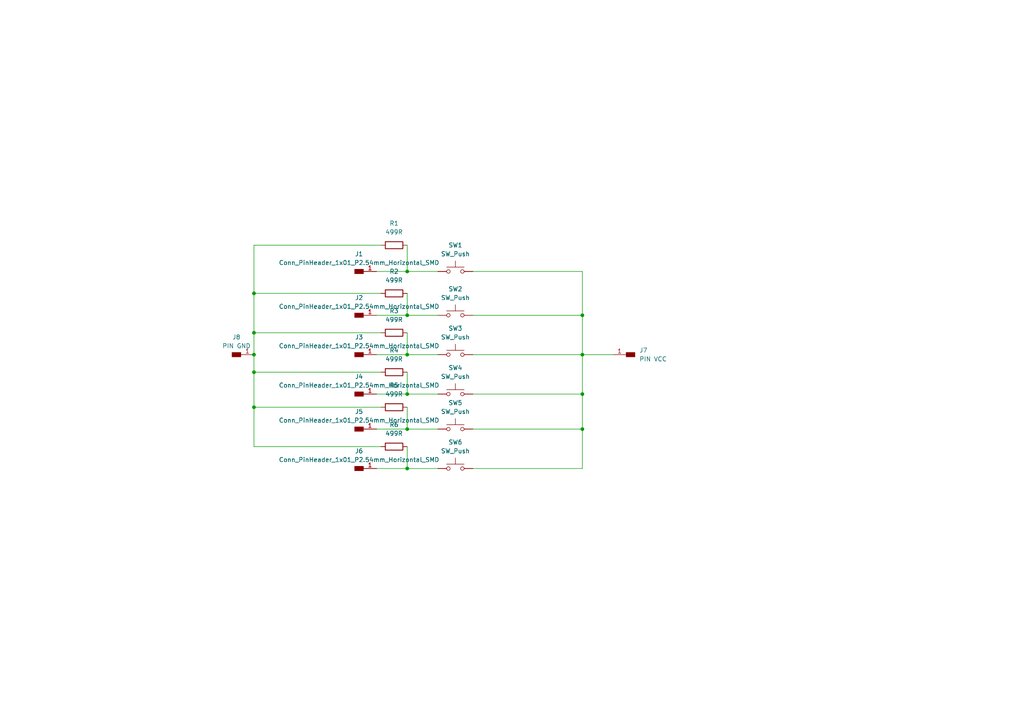
<source format=kicad_sch>
(kicad_sch (version 20230121) (generator eeschema)
  (paper "A4")
  (lib_symbols
    (symbol "Device:R" (pin_numbers hide) (pin_names (offset 0))
      (property "Reference" "R" (at 2.032 0 90))
      (property "Value" "R" (at 0 0 90))
      (symbol "R_0_1"
        (rectangle (start -1.016 -2.54) (end 1.016 2.54) (stroke (width 0.254)))
      )
      (symbol "R_1_1"
        (pin passive line (at 0 3.81 270) (length 1.27) (name "~") (number "1"))
        (pin passive line (at 0 -3.81 90) (length 1.27) (name "~") (number "2"))
      )
    )
    (symbol "Switch:SW_Push" (pin_numbers hide) (pin_names (offset 1.016) hide)
      (property "Reference" "SW" (at 1.27 2.54 0))
      (property "Value" "SW_Push" (at 0 -1.524 0))
      (symbol "SW_Push_0_1"
        (circle (center -2.032 0) (radius 0.508))
        (polyline (pts (xy 0 1.27) (xy 0 3.048)))
        (polyline (pts (xy 2.54 1.27) (xy -2.54 1.27)))
        (circle (center 2.032 0) (radius 0.508))
        (pin passive line (at -5.08 0 0) (length 2.54) (name "1") (number "1"))
        (pin passive line (at 5.08 0 180) (length 2.54) (name "2") (number "2"))
      )
    )
    (symbol "fab:Conn_PinHeader_1x01_P2.54mm_Horizontal_SMD" (pin_names (offset 1.016) hide)
      (property "Reference" "J" (at 0 2.54 0))
      (property "Value" "Conn_PinHeader_1x01_P2.54mm_Horizontal_SMD" (at 0 -2.54 0))
      (symbol "Conn_PinHeader_1x01_P2.54mm_Horizontal_SMD_1_1"
        (rectangle (start -1.27 0.635) (end 1.27 -0.635) (stroke (width 0.1524)) (fill (type outline)))
        (pin passive line (at 5.08 0 180) (length 3.81) (name "Pin_1") (number "1"))
      )
    )
  )
  (junction (at 118.11 91.44))
  (junction (at 118.11 78.74))
  (junction (at 118.11 102.87))
  (junction (at 118.11 114.3))
  (junction (at 73.66 118.11))
  (junction (at 168.91 124.46))
  (junction (at 168.91 91.44))
  (junction (at 118.11 135.89))
  (junction (at 73.66 102.87))
  (junction (at 118.11 124.46))
  (junction (at 73.66 85.09))
  (junction (at 168.91 102.87))
  (junction (at 168.91 114.3))
  (junction (at 73.66 107.95))
  (junction (at 73.66 96.52))
  (wire (pts (xy 118.11 107.95) (xy 118.11 114.3)))
  (wire (pts (xy 109.22 114.3) (xy 118.11 114.3)))
  (wire (pts (xy 118.11 78.74) (xy 127 78.74)))
  (wire (pts (xy 118.11 124.46) (xy 127 124.46)))
  (wire (pts (xy 109.22 102.87) (xy 118.11 102.87)))
  (wire (pts (xy 110.49 107.95) (xy 73.66 107.95)))
  (wire (pts (xy 118.11 129.54) (xy 118.11 135.89)))
  (wire (pts (xy 110.49 129.54) (xy 73.66 129.54)))
  (wire (pts (xy 168.91 114.3) (xy 168.91 124.46)))
  (wire (pts (xy 109.22 91.44) (xy 118.11 91.44)))
  (wire (pts (xy 168.91 135.89) (xy 137.16 135.89)))
  (wire (pts (xy 118.11 118.11) (xy 118.11 124.46)))
  (wire (pts (xy 73.66 107.95) (xy 73.66 102.87)))
  (wire (pts (xy 110.49 118.11) (xy 73.66 118.11)))
  (wire (pts (xy 137.16 114.3) (xy 168.91 114.3)))
  (wire (pts (xy 73.66 118.11) (xy 73.66 129.54)))
  (wire (pts (xy 73.66 96.52) (xy 73.66 102.87)))
  (wire (pts (xy 109.22 78.74) (xy 118.11 78.74)))
  (wire (pts (xy 110.49 85.09) (xy 73.66 85.09)))
  (wire (pts (xy 109.22 135.89) (xy 118.11 135.89)))
  (wire (pts (xy 110.49 71.12) (xy 73.66 71.12)))
  (wire (pts (xy 73.66 71.12) (xy 73.66 85.09)))
  (wire (pts (xy 137.16 102.87) (xy 168.91 102.87)))
  (wire (pts (xy 168.91 91.44) (xy 168.91 102.87)))
  (wire (pts (xy 118.11 85.09) (xy 118.11 91.44)))
  (wire (pts (xy 118.11 71.12) (xy 118.11 78.74)))
  (wire (pts (xy 109.22 124.46) (xy 118.11 124.46)))
  (wire (pts (xy 137.16 78.74) (xy 168.91 78.74)))
  (wire (pts (xy 118.11 102.87) (xy 127 102.87)))
  (wire (pts (xy 73.66 107.95) (xy 73.66 118.11)))
  (wire (pts (xy 73.66 85.09) (xy 73.66 96.52)))
  (wire (pts (xy 168.91 102.87) (xy 177.8 102.87)))
  (wire (pts (xy 137.16 91.44) (xy 168.91 91.44)))
  (wire (pts (xy 110.49 96.52) (xy 73.66 96.52)))
  (wire (pts (xy 168.91 124.46) (xy 168.91 135.89)))
  (wire (pts (xy 118.11 135.89) (xy 127 135.89)))
  (wire (pts (xy 168.91 102.87) (xy 168.91 114.3)))
  (wire (pts (xy 118.11 114.3) (xy 127 114.3)))
  (wire (pts (xy 118.11 91.44) (xy 127 91.44)))
  (wire (pts (xy 137.16 124.46) (xy 168.91 124.46)))
  (wire (pts (xy 118.11 96.52) (xy 118.11 102.87)))
  (wire (pts (xy 168.91 78.74) (xy 168.91 91.44)))
  (symbol (lib_id "fab:Conn_PinHeader_1x01_P2.54mm_Horizontal_SMD") (at 182.88 102.87 180) (unit 1)
    (property "Reference" "J7" (at 185.42 101.6 0) (effects (justify right)))
    (property "Value" "PIN VCC" (at 185.42 104.14 0) (effects (justify right)))
    (property "Footprint" "fab:PinHeader_1x02_P2.54mm_Vertical_THT_D1mm" (effects hide))
  )
  (symbol (lib_id "Device:R") (at 114.3 118.11 270) (unit 1)
    (property "Reference" "R5" (at 114.3 111.76 90))
    (property "Value" "499R" (at 114.3 114.3 90))
    (property "Footprint" "fab:R_1206" (effects hide))
  )
  (symbol (lib_id "fab:Conn_PinHeader_1x01_P2.54mm_Horizontal_SMD") (at 68.58 102.87 0) (unit 1)
    (property "Reference" "J8" (at 68.58 97.79 0))
    (property "Value" "PIN GND" (at 68.58 100.33 0))
    (property "Footprint" "fab:PinHeader_1x02_P2.54mm_Vertical_THT_D1mm" (effects hide))
  )
  (symbol (lib_id "Device:R") (at 114.3 96.52 270) (unit 1) (in_bom no)
    (property "Reference" "R3" (at 114.3 90.17 90))
    (property "Value" "499R" (at 114.3 92.71 90))
    (property "Footprint" "fab:R_1206" (effects hide))
  )
  (symbol (lib_id "fab:Conn_PinHeader_1x01_P2.54mm_Horizontal_SMD") (at 104.14 135.89 0) (unit 1)
    (property "Reference" "J6" (at 104.14 130.81 0))
    (property "Value" "Conn_PinHeader_1x01_P2.54mm_Horizontal_SMD" (at 104.14 133.35 0))
    (property "Footprint" "fab:PinHeader_1x01_P2.54mm_Vertical_THT_D1mm" (effects hide))
  )
  (symbol (lib_id "Device:R") (at 114.3 129.54 270) (unit 1)
    (property "Reference" "R6" (at 114.3 123.19 90))
    (property "Value" "499R" (at 114.3 125.73 90))
    (property "Footprint" "fab:R_1206" (effects hide))
  )
  (symbol (lib_id "Switch:SW_Push") (at 132.08 135.89 0) (unit 1)
    (property "Reference" "SW6" (at 132.08 128.27 0))
    (property "Value" "SW_Push" (at 132.08 130.81 0))
    (property "Footprint" "PCM_Switch_Keyboard_Cherry_MX:SW_Cherry_MX_Plate" (effects hide))
  )
  (symbol (lib_id "fab:Conn_PinHeader_1x01_P2.54mm_Horizontal_SMD") (at 104.14 91.44 0) (unit 1)
    (property "Reference" "J2" (at 104.14 86.36 0))
    (property "Value" "Conn_PinHeader_1x01_P2.54mm_Horizontal_SMD" (at 104.14 88.9 0))
    (property "Footprint" "fab:PinHeader_1x01_P2.54mm_Vertical_THT_D1mm" (effects hide))
  )
  (symbol (lib_id "Device:R") (at 114.3 107.95 270) (unit 1)
    (property "Reference" "R4" (at 114.3 101.6 90))
    (property "Value" "499R" (at 114.3 104.14 90))
    (property "Footprint" "fab:R_1206" (effects hide))
  )
  (symbol (lib_id "fab:Conn_PinHeader_1x01_P2.54mm_Horizontal_SMD") (at 104.14 78.74 0) (unit 1)
    (property "Reference" "J1" (at 104.14 73.66 0))
    (property "Value" "Conn_PinHeader_1x01_P2.54mm_Horizontal_SMD" (at 104.14 76.2 0))
    (property "Footprint" "fab:PinHeader_1x01_P2.54mm_Vertical_THT_D1mm" (effects hide))
  )
  (symbol (lib_id "Device:R") (at 114.3 71.12 270) (unit 1)
    (property "Reference" "R1" (at 114.3 64.77 90))
    (property "Value" "499R" (at 114.3 67.31 90))
    (property "Footprint" "fab:R_1206" (effects hide))
  )
  (symbol (lib_id "Switch:SW_Push") (at 132.08 124.46 0) (unit 1)
    (property "Reference" "SW5" (at 132.08 116.84 0))
    (property "Value" "SW_Push" (at 132.08 119.38 0))
    (property "Footprint" "PCM_Switch_Keyboard_Cherry_MX:SW_Cherry_MX_Plate" (effects hide))
  )
  (symbol (lib_id "Device:R") (at 114.3 85.09 270) (unit 1)
    (property "Reference" "R2" (at 114.3 78.74 90))
    (property "Value" "499R" (at 114.3 81.28 90))
    (property "Footprint" "fab:R_1206" (effects hide))
  )
  (symbol (lib_id "Switch:SW_Push") (at 132.08 114.3 0) (unit 1)
    (property "Reference" "SW4" (at 132.08 106.68 0))
    (property "Value" "SW_Push" (at 132.08 109.22 0))
    (property "Footprint" "PCM_Switch_Keyboard_Cherry_MX:SW_Cherry_MX_Plate" (effects hide))
  )
  (symbol (lib_id "fab:Conn_PinHeader_1x01_P2.54mm_Horizontal_SMD") (at 104.14 102.87 0) (unit 1)
    (property "Reference" "J3" (at 104.14 97.79 0))
    (property "Value" "Conn_PinHeader_1x01_P2.54mm_Horizontal_SMD" (at 104.14 100.33 0))
    (property "Footprint" "fab:PinHeader_1x01_P2.54mm_Vertical_THT_D1mm" (effects hide))
  )
  (symbol (lib_id "Switch:SW_Push") (at 132.08 102.87 0) (unit 1)
    (property "Reference" "SW3" (at 132.08 95.25 0))
    (property "Value" "SW_Push" (at 132.08 97.79 0))
    (property "Footprint" "PCM_Switch_Keyboard_Cherry_MX:SW_Cherry_MX_Plate" (effects hide))
  )
  (symbol (lib_id "Switch:SW_Push") (at 132.08 91.44 0) (unit 1)
    (property "Reference" "SW2" (at 132.08 83.82 0))
    (property "Value" "SW_Push" (at 132.08 86.36 0))
    (property "Footprint" "PCM_Switch_Keyboard_Cherry_MX:SW_Cherry_MX_Plate" (effects hide))
  )
  (symbol (lib_id "fab:Conn_PinHeader_1x01_P2.54mm_Horizontal_SMD") (at 104.14 114.3 0) (unit 1)
    (property "Reference" "J4" (at 104.14 109.22 0))
    (property "Value" "Conn_PinHeader_1x01_P2.54mm_Horizontal_SMD" (at 104.14 111.76 0))
    (property "Footprint" "fab:PinHeader_1x01_P2.54mm_Vertical_THT_D1mm" (effects hide))
  )
  (symbol (lib_id "Switch:SW_Push") (at 132.08 78.74 0) (unit 1)
    (property "Reference" "SW1" (at 132.08 71.12 0))
    (property "Value" "SW_Push" (at 132.08 73.66 0))
    (property "Footprint" "PCM_Switch_Keyboard_Cherry_MX:SW_Cherry_MX_Plate" (effects hide))
  )
  (symbol (lib_id "fab:Conn_PinHeader_1x01_P2.54mm_Horizontal_SMD") (at 104.14 124.46 0) (unit 1)
    (property "Reference" "J5" (at 104.14 119.38 0))
    (property "Value" "Conn_PinHeader_1x01_P2.54mm_Horizontal_SMD" (at 104.14 121.92 0))
    (property "Footprint" "fab:PinHeader_1x01_P2.54mm_Vertical_THT_D1mm" (effects hide))
  )
)
</source>
